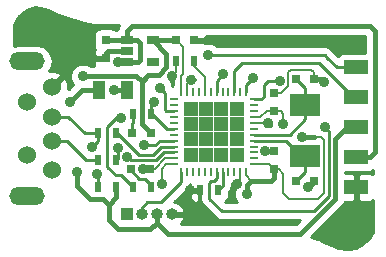
<source format=gtl>
G04 #@! TF.FileFunction,Copper,L1,Top,Signal*
%FSLAX46Y46*%
G04 Gerber Fmt 4.6, Leading zero omitted, Abs format (unit mm)*
G04 Created by KiCad (PCBNEW 4.0.2-stable) date 6/19/2017 9:33:45 AM*
%MOMM*%
G01*
G04 APERTURE LIST*
%ADD10C,0.150000*%
%ADD11R,0.750000X0.800000*%
%ADD12R,0.800000X0.750000*%
%ADD13R,0.800000X0.800000*%
%ADD14R,1.050000X1.600000*%
%ADD15R,1.000000X1.000000*%
%ADD16O,1.000000X1.000000*%
%ADD17R,2.000000X1.200000*%
%ADD18R,0.500000X0.900000*%
%ADD19R,1.060000X0.650000*%
%ADD20R,0.700000X0.250000*%
%ADD21R,0.250000X0.700000*%
%ADD22R,1.287500X1.287500*%
%ADD23R,2.600000X1.900000*%
%ADD24C,1.524000*%
%ADD25O,3.000000X1.500000*%
%ADD26C,0.889000*%
%ADD27C,0.400000*%
%ADD28C,0.200000*%
%ADD29C,0.254000*%
G04 APERTURE END LIST*
D10*
D11*
X189738000Y-127393000D03*
X189738000Y-128893000D03*
D12*
X195719000Y-127381000D03*
X197219000Y-127381000D03*
X205879000Y-139319000D03*
X207379000Y-139319000D03*
X205879000Y-130683000D03*
X207379000Y-130683000D03*
D11*
X203962000Y-131838000D03*
X203962000Y-133338000D03*
X203962000Y-136791000D03*
X203962000Y-138291000D03*
D13*
X191859000Y-138303000D03*
X193459000Y-138303000D03*
X193586000Y-135255000D03*
X191986000Y-135255000D03*
D14*
X189198000Y-131572000D03*
X191548000Y-131572000D03*
D15*
X191516000Y-142113000D03*
D16*
X192786000Y-142113000D03*
X194056000Y-142113000D03*
X195326000Y-142113000D03*
D17*
X210947000Y-129675000D03*
X210947000Y-132215000D03*
X210947000Y-134755000D03*
X210947000Y-137295000D03*
X210947000Y-139835000D03*
D18*
X193536000Y-133604000D03*
X192036000Y-133604000D03*
X192036000Y-139827000D03*
X193536000Y-139827000D03*
X199251000Y-140081000D03*
X197751000Y-140081000D03*
X197219000Y-129159000D03*
X195719000Y-129159000D03*
X190615000Y-137541000D03*
X189115000Y-137541000D03*
X190615000Y-135255000D03*
X189115000Y-135255000D03*
X190615000Y-139827000D03*
X189115000Y-139827000D03*
D19*
X191559000Y-127320000D03*
X191559000Y-128270000D03*
X191559000Y-129220000D03*
X193759000Y-129220000D03*
X193759000Y-127320000D03*
D20*
X202282000Y-137878000D03*
X202282000Y-137378000D03*
X202282000Y-136878000D03*
X202282000Y-136378000D03*
X202282000Y-135878000D03*
X202282000Y-135378000D03*
X202282000Y-134878000D03*
X202282000Y-134378000D03*
X202282000Y-133878000D03*
X202282000Y-133378000D03*
X202282000Y-132878000D03*
X202282000Y-132378000D03*
D21*
X201632000Y-131728000D03*
X201132000Y-131728000D03*
X200632000Y-131728000D03*
X200132000Y-131728000D03*
X199632000Y-131728000D03*
X199132000Y-131728000D03*
X198632000Y-131728000D03*
X198132000Y-131728000D03*
X197632000Y-131728000D03*
X197132000Y-131728000D03*
X196632000Y-131728000D03*
X196132000Y-131728000D03*
D20*
X195482000Y-132378000D03*
X195482000Y-132878000D03*
X195482000Y-133378000D03*
X195482000Y-133878000D03*
X195482000Y-134378000D03*
X195482000Y-134878000D03*
X195482000Y-135378000D03*
X195482000Y-135878000D03*
X195482000Y-136378000D03*
X195482000Y-136878000D03*
X195482000Y-137378000D03*
X195482000Y-137878000D03*
D21*
X196132000Y-138528000D03*
X196632000Y-138528000D03*
X197132000Y-138528000D03*
X197632000Y-138528000D03*
X198132000Y-138528000D03*
X198632000Y-138528000D03*
X199132000Y-138528000D03*
X199632000Y-138528000D03*
X200132000Y-138528000D03*
X200632000Y-138528000D03*
X201132000Y-138528000D03*
X201632000Y-138528000D03*
D22*
X196950750Y-133196750D03*
X196950750Y-134484250D03*
X196950750Y-135771750D03*
X196950750Y-137059250D03*
X198238250Y-133196750D03*
X198238250Y-134484250D03*
X198238250Y-135771750D03*
X198238250Y-137059250D03*
X199525750Y-133196750D03*
X199525750Y-134484250D03*
X199525750Y-135771750D03*
X199525750Y-137059250D03*
X200813250Y-133196750D03*
X200813250Y-134484250D03*
X200813250Y-135771750D03*
X200813250Y-137059250D03*
D23*
X206629000Y-132851000D03*
X206629000Y-137151000D03*
D24*
X185166000Y-133874000D03*
X185166000Y-135874000D03*
X185166000Y-131374000D03*
X185166000Y-138374000D03*
X183066000Y-132624000D03*
X183066000Y-137124000D03*
D25*
X183066000Y-129174000D03*
X183066000Y-140574000D03*
D26*
X190737502Y-129222500D03*
X190436500Y-131572000D03*
X190436500Y-131572000D03*
X196950980Y-130717380D03*
X199961500Y-127381000D03*
X208216500Y-130873500D03*
X195326000Y-130429000D03*
X209931000Y-142430500D03*
X188087000Y-128841500D03*
X206888966Y-139827980D03*
X203454000Y-134366000D03*
X200850500Y-139509500D03*
X203256502Y-136779000D03*
X192883502Y-138303000D03*
X196913500Y-140081000D03*
X187325000Y-138557000D03*
X187833000Y-130429000D03*
X206375000Y-135576498D03*
X204787500Y-134493000D03*
X201676000Y-140398500D03*
X194500500Y-139573000D03*
X186690000Y-132588000D03*
X191579500Y-137258498D03*
X204464435Y-130826628D03*
X202247500Y-130556000D03*
X208280000Y-134747000D03*
X199654141Y-130267684D03*
X188595000Y-136398000D03*
X188976000Y-138684000D03*
X198374000Y-128651000D03*
X194310000Y-131381500D03*
X193802000Y-132588000D03*
X191008000Y-133985000D03*
X192944945Y-136252736D03*
X190754000Y-136525000D03*
D27*
X210947000Y-137295000D02*
X212082000Y-137295000D01*
X212534500Y-126555500D02*
X212534500Y-136842500D01*
X212153500Y-126174500D02*
X212534500Y-126555500D01*
X191979500Y-126174500D02*
X212153500Y-126174500D01*
X191559000Y-126595000D02*
X191979500Y-126174500D01*
X191559000Y-126595000D02*
X191559000Y-127320000D01*
X212082000Y-137295000D02*
X212534500Y-136842500D01*
X191559000Y-129220000D02*
X190740002Y-129220000D01*
X190740002Y-129220000D02*
X190737502Y-129222500D01*
X191548000Y-131572000D02*
X190436500Y-131572000D01*
X191559000Y-127320000D02*
X192344000Y-127320000D01*
X192471000Y-129220000D02*
X191559000Y-129220000D01*
X192659000Y-129032000D02*
X192471000Y-129220000D01*
X192659000Y-127635000D02*
X192659000Y-129032000D01*
X192344000Y-127320000D02*
X192659000Y-127635000D01*
X189738000Y-127393000D02*
X191486000Y-127393000D01*
X191486000Y-127393000D02*
X191559000Y-127320000D01*
X197219000Y-127381000D02*
X199961500Y-127381000D01*
D28*
X196632000Y-131036360D02*
X196632000Y-131728000D01*
X196632000Y-131036360D02*
X196950980Y-130717380D01*
D27*
X207379000Y-130683000D02*
X208026000Y-130683000D01*
X208026000Y-130683000D02*
X208216500Y-130873500D01*
D28*
X195719000Y-129159000D02*
X195719000Y-130036000D01*
X195719000Y-130036000D02*
X195326000Y-130429000D01*
D27*
X189738000Y-128893000D02*
X188138500Y-128893000D01*
X188138500Y-128893000D02*
X188087000Y-128841500D01*
X189738000Y-128460500D02*
X189928500Y-128270000D01*
X189928500Y-128270000D02*
X190500000Y-128270000D01*
X189738000Y-128893000D02*
X189738000Y-128460500D01*
D28*
X207379000Y-130683000D02*
X207593850Y-130683000D01*
D27*
X207333465Y-139383481D02*
X206888966Y-139827980D01*
X207379000Y-139337946D02*
X207333465Y-139383481D01*
X207379000Y-139319000D02*
X207379000Y-139337946D01*
D28*
X205198999Y-131224001D02*
X204585000Y-131838000D01*
X204585000Y-131838000D02*
X203962000Y-131838000D01*
X205422500Y-129857500D02*
X205198999Y-130081001D01*
X205198999Y-130081001D02*
X205198999Y-131224001D01*
X207128500Y-129857500D02*
X205422500Y-129857500D01*
X207379000Y-130108000D02*
X207128500Y-129857500D01*
X207379000Y-130683000D02*
X207379000Y-130108000D01*
X197219000Y-127381000D02*
X197358000Y-127381000D01*
X203962000Y-131863000D02*
X203962000Y-131838000D01*
X202282000Y-134378000D02*
X203442000Y-134378000D01*
X203442000Y-134378000D02*
X203454000Y-134366000D01*
X201132000Y-138528000D02*
X201132000Y-139228000D01*
X201132000Y-139228000D02*
X200850500Y-139509500D01*
D27*
X203962000Y-136791000D02*
X203268502Y-136791000D01*
X203268502Y-136791000D02*
X203256502Y-136779000D01*
X193459000Y-138303000D02*
X192883502Y-138303000D01*
X197751000Y-140081000D02*
X196913500Y-140081000D01*
D28*
X194932000Y-137378000D02*
X195482000Y-137378000D01*
X194796300Y-137378000D02*
X194932000Y-137378000D01*
X193871300Y-138303000D02*
X194796300Y-137378000D01*
X193459000Y-138303000D02*
X193871300Y-138303000D01*
D27*
X190500000Y-128270000D02*
X191559000Y-128270000D01*
X189801500Y-130365500D02*
X188087000Y-130365500D01*
X189992000Y-141287500D02*
X189992000Y-141300000D01*
X189992000Y-141287500D02*
X189484000Y-140779500D01*
X189484000Y-140779500D02*
X188468000Y-140779500D01*
X188468000Y-140779500D02*
X188404500Y-140779500D01*
X187325000Y-139700000D02*
X188404500Y-140779500D01*
X187325000Y-138557000D02*
X187325000Y-139700000D01*
X187896500Y-130365500D02*
X188087000Y-130365500D01*
X187833000Y-130429000D02*
X187896500Y-130365500D01*
X210947000Y-134755000D02*
X210145000Y-134755000D01*
X210145000Y-134755000D02*
X209188011Y-135711989D01*
X206212936Y-143772606D02*
X209188011Y-140797531D01*
X195008500Y-143772606D02*
X206212936Y-143772606D01*
X209188011Y-140797531D02*
X209188011Y-137541000D01*
X194056000Y-142820106D02*
X195008500Y-143772606D01*
X209188011Y-137541000D02*
X209188011Y-137036610D01*
X209188011Y-135711989D02*
X209188011Y-137036610D01*
D28*
X203962000Y-133338000D02*
X204537000Y-133338000D01*
X204787500Y-133588500D02*
X204787500Y-134493000D01*
D27*
X206375000Y-135576498D02*
X207391000Y-135576498D01*
D28*
X204537000Y-133338000D02*
X204787500Y-133588500D01*
X201632000Y-138528000D02*
X201632000Y-138830500D01*
X201632000Y-138830500D02*
X202057000Y-139255500D01*
D27*
X202057000Y-139255500D02*
X202565000Y-139255500D01*
X201676000Y-139636500D02*
X202057000Y-139255500D01*
X201676000Y-140398500D02*
X201676000Y-139636500D01*
D28*
X208216500Y-136088496D02*
X208216500Y-135826500D01*
X208216500Y-135826500D02*
X207962500Y-135572500D01*
X207962500Y-135572500D02*
X207391000Y-135572500D01*
X207391000Y-135572500D02*
X207391000Y-135576498D01*
X203962000Y-138291000D02*
X204394500Y-138291000D01*
X208216500Y-140271500D02*
X208216500Y-136088496D01*
X207708500Y-140779500D02*
X208216500Y-140271500D01*
X205232000Y-140779500D02*
X207708500Y-140779500D01*
X204787500Y-140335000D02*
X205232000Y-140779500D01*
X204787500Y-138684000D02*
X204787500Y-140335000D01*
X204394500Y-138291000D02*
X204787500Y-138684000D01*
D27*
X193759000Y-127320000D02*
X193759000Y-127401500D01*
X193759000Y-127401500D02*
X194881500Y-128524000D01*
X193357500Y-130302000D02*
X192786000Y-130873500D01*
X194246500Y-130302000D02*
X193357500Y-130302000D01*
X194881500Y-129667000D02*
X194246500Y-130302000D01*
X194881500Y-128524000D02*
X194881500Y-129667000D01*
X189801500Y-130365500D02*
X192341500Y-130365500D01*
X192341500Y-130365500D02*
X192786000Y-130810000D01*
X192786000Y-130810000D02*
X192786000Y-130873500D01*
X192786000Y-134455000D02*
X192786000Y-131732002D01*
X192786000Y-134455000D02*
X193586000Y-135255000D01*
X192786000Y-130873500D02*
X192786000Y-131732002D01*
X207391000Y-135576498D02*
X207260002Y-135576498D01*
X210685000Y-134493000D02*
X210947000Y-134755000D01*
X203708000Y-139255500D02*
X202565000Y-139255500D01*
X203962000Y-139001500D02*
X203962000Y-138291000D01*
X203708000Y-139255500D02*
X203962000Y-139001500D01*
X189992000Y-141300000D02*
X189992000Y-142621000D01*
X189992000Y-142621000D02*
X190754000Y-143383000D01*
X193493106Y-143383000D02*
X194056000Y-142820106D01*
X190754000Y-143383000D02*
X193493106Y-143383000D01*
D28*
X196132000Y-131728000D02*
X196132000Y-130402168D01*
X196319000Y-127956000D02*
X195744000Y-127381000D01*
X196132000Y-130402168D02*
X196319000Y-130215168D01*
X195744000Y-127381000D02*
X195719000Y-127381000D01*
X196319000Y-130215168D02*
X196319000Y-127956000D01*
X202282000Y-133878000D02*
X202832000Y-133878000D01*
X202832000Y-133878000D02*
X203372000Y-133338000D01*
X203372000Y-133338000D02*
X203387000Y-133338000D01*
X203387000Y-133338000D02*
X203962000Y-133338000D01*
X202282000Y-137878000D02*
X203549000Y-137878000D01*
X203549000Y-137878000D02*
X203962000Y-138291000D01*
X194500500Y-138239500D02*
X194500500Y-139573000D01*
X194862000Y-137878000D02*
X194500500Y-138239500D01*
X195482000Y-137878000D02*
X194862000Y-137878000D01*
D27*
X190615000Y-139827000D02*
X190615000Y-140677000D01*
X190615000Y-140677000D02*
X189992000Y-141300000D01*
X194056000Y-142820106D02*
X194056000Y-142113000D01*
X193759000Y-127320000D02*
X195658000Y-127320000D01*
X195658000Y-127320000D02*
X195719000Y-127381000D01*
X188395498Y-130365500D02*
X189801500Y-130365500D01*
D29*
X202282000Y-135878000D02*
X205006000Y-135878000D01*
X205006000Y-135878000D02*
X206279000Y-137151000D01*
X206279000Y-137151000D02*
X206629000Y-137151000D01*
X206629000Y-137151000D02*
X206629000Y-138569000D01*
X206629000Y-138569000D02*
X205879000Y-139319000D01*
X206629000Y-132851000D02*
X206629000Y-131433000D01*
X206629000Y-131433000D02*
X205879000Y-130683000D01*
X202282000Y-135378000D02*
X205306000Y-135378000D01*
X205306000Y-135378000D02*
X206629000Y-134055000D01*
X206629000Y-134055000D02*
X206629000Y-132851000D01*
X193536000Y-139627000D02*
X193536000Y-139827000D01*
X193032000Y-139123000D02*
X193536000Y-139627000D01*
X192591278Y-139123000D02*
X193032000Y-139123000D01*
X191859000Y-138390722D02*
X192591278Y-139123000D01*
X191859000Y-138303000D02*
X191859000Y-138390722D01*
X192081000Y-138303000D02*
X191859000Y-138303000D01*
X191986000Y-135255000D02*
X191986000Y-134404000D01*
X192036000Y-134354000D02*
X192036000Y-133604000D01*
X191986000Y-134404000D02*
X192036000Y-134354000D01*
D27*
X189198000Y-131572000D02*
X187706000Y-131572000D01*
X187706000Y-131572000D02*
X186690000Y-132588000D01*
D29*
X191862002Y-137541000D02*
X191579500Y-137258498D01*
X194029416Y-137541000D02*
X191862002Y-137541000D01*
X194692416Y-136878000D02*
X194029416Y-137541000D01*
X195482000Y-136878000D02*
X194692416Y-136878000D01*
X192786000Y-142113000D02*
X192786000Y-141541500D01*
X192786000Y-141541500D02*
X193220998Y-141106502D01*
X196132000Y-138528000D02*
X196132000Y-139402000D01*
X194427498Y-141106502D02*
X193220998Y-141106502D01*
X196132000Y-139402000D02*
X194427498Y-141106502D01*
X202282000Y-132378000D02*
X202872000Y-132378000D01*
X203100000Y-132150000D02*
X203100000Y-131181000D01*
X202872000Y-132378000D02*
X203100000Y-132150000D01*
X203835818Y-130826628D02*
X204464435Y-130826628D01*
X203454372Y-130826628D02*
X203835818Y-130826628D01*
X203100000Y-131181000D02*
X203454372Y-130826628D01*
X201632000Y-131728000D02*
X201632000Y-131171500D01*
X201632000Y-131171500D02*
X202247500Y-130556000D01*
X208661000Y-136823980D02*
X208661000Y-135128000D01*
X208661000Y-135128000D02*
X208280000Y-134747000D01*
X198501000Y-139890500D02*
X198501000Y-139446000D01*
X198501000Y-139446000D02*
X198628000Y-139319000D01*
X199132000Y-138528000D02*
X199132000Y-139069000D01*
X207728016Y-141540517D02*
X207728016Y-141540511D01*
X207409533Y-141859000D02*
X207728016Y-141540517D01*
X199580500Y-141859000D02*
X207409533Y-141859000D01*
X198501000Y-140779500D02*
X199580500Y-141859000D01*
X198501000Y-139890500D02*
X198501000Y-140779500D01*
X198628000Y-139319000D02*
X198501000Y-139446000D01*
X198882000Y-139319000D02*
X198628000Y-139319000D01*
X199132000Y-139069000D02*
X198882000Y-139319000D01*
X207728016Y-141540511D02*
X207728010Y-141540511D01*
X207728010Y-141540511D02*
X208661000Y-140607521D01*
X208661000Y-140607521D02*
X208661000Y-136823980D01*
X199132000Y-130789825D02*
X199209642Y-130712183D01*
X199209642Y-130712183D02*
X199654141Y-130267684D01*
X199132000Y-130789825D02*
X199132000Y-131728000D01*
X185166000Y-133874000D02*
X186579000Y-133874000D01*
X186579000Y-133874000D02*
X187960000Y-135255000D01*
X187960000Y-135255000D02*
X189115000Y-135255000D01*
X189115000Y-135255000D02*
X189115000Y-135878000D01*
X189115000Y-135878000D02*
X188595000Y-136398000D01*
X189115000Y-139827000D02*
X189115000Y-138823000D01*
X189115000Y-138823000D02*
X188976000Y-138684000D01*
X185166000Y-135874000D02*
X186420000Y-135874000D01*
X186420000Y-135874000D02*
X188087000Y-137541000D01*
X188087000Y-137541000D02*
X189115000Y-137541000D01*
X194878000Y-133378000D02*
X195482000Y-133378000D01*
X194754499Y-133254499D02*
X194878000Y-133378000D01*
X194754499Y-131825999D02*
X194754499Y-133254499D01*
X194310000Y-131381500D02*
X194754499Y-131825999D01*
X198374000Y-128651000D02*
X208280000Y-128651000D01*
X209304000Y-129675000D02*
X208470500Y-128841500D01*
X209304000Y-129675000D02*
X210947000Y-129675000D01*
X208280000Y-128651000D02*
X208470500Y-128841500D01*
X198564500Y-128460500D02*
X198374000Y-128651000D01*
X210947000Y-132215000D02*
X210701000Y-132215000D01*
X210701000Y-132215000D02*
X207772000Y-129286000D01*
X200632000Y-129949000D02*
X200632000Y-131728000D01*
X201295000Y-129286000D02*
X200632000Y-129949000D01*
X207772000Y-129286000D02*
X201295000Y-129286000D01*
X210947000Y-132215000D02*
X210245177Y-132215000D01*
X190817500Y-138811000D02*
X191020000Y-138811000D01*
X193536000Y-133604000D02*
X193536000Y-132854000D01*
X193536000Y-132854000D02*
X193802000Y-132588000D01*
X189865000Y-138079602D02*
X189865000Y-134716398D01*
X189865000Y-134716398D02*
X190596398Y-133985000D01*
X190596398Y-133985000D02*
X191008000Y-133985000D01*
X190596398Y-138811000D02*
X189865000Y-138079602D01*
X190817500Y-138811000D02*
X190596398Y-138811000D01*
X191020000Y-138811000D02*
X192036000Y-139827000D01*
X195482000Y-134878000D02*
X194949000Y-134878000D01*
X194949000Y-134878000D02*
X193675000Y-133604000D01*
X193675000Y-133604000D02*
X193536000Y-133604000D01*
X199251000Y-140081000D02*
X199632000Y-139700000D01*
X199632000Y-139700000D02*
X199632000Y-138528000D01*
X199632000Y-138528000D02*
X199632000Y-139132000D01*
D28*
X197219000Y-129591500D02*
X198132000Y-130504500D01*
X198132000Y-130504500D02*
X198132000Y-130695000D01*
X197219000Y-129159000D02*
X197219000Y-129591500D01*
X198132000Y-130695000D02*
X198132000Y-131728000D01*
D29*
X195482000Y-135878000D02*
X194307864Y-135878000D01*
X193933128Y-136252736D02*
X193573562Y-136252736D01*
X193573562Y-136252736D02*
X192944945Y-136252736D01*
X194307864Y-135878000D02*
X193933128Y-136252736D01*
X190754000Y-136525000D02*
X190754000Y-137402000D01*
X190754000Y-137402000D02*
X190615000Y-137541000D01*
X190717826Y-135255000D02*
X190615000Y-135255000D01*
X192549815Y-137086989D02*
X190717826Y-135255000D01*
X193740943Y-137086989D02*
X192549815Y-137086989D01*
X194449932Y-136378000D02*
X193740943Y-137086989D01*
X195482000Y-136378000D02*
X194449932Y-136378000D01*
G36*
X212340449Y-138730424D02*
X212306698Y-138696673D01*
X212073309Y-138600000D01*
X211232750Y-138600000D01*
X211074000Y-138758750D01*
X211074000Y-139708000D01*
X211094000Y-139708000D01*
X211094000Y-139962000D01*
X211074000Y-139962000D01*
X211074000Y-140911250D01*
X211232750Y-141070000D01*
X212073309Y-141070000D01*
X212306698Y-140973327D01*
X212340206Y-140939819D01*
X212339915Y-143578028D01*
X212143258Y-143999794D01*
X211797474Y-144415665D01*
X211366609Y-144735083D01*
X210894630Y-144941112D01*
X210259553Y-145085349D01*
X209434588Y-144944775D01*
X208672896Y-144619779D01*
X208668673Y-144618892D01*
X208665081Y-144616506D01*
X207992183Y-144339867D01*
X207957494Y-144333062D01*
X207926087Y-144316832D01*
X207090440Y-144075970D01*
X209778445Y-141387965D01*
X209823734Y-141320185D01*
X209959450Y-141117072D01*
X209968813Y-141070000D01*
X210661250Y-141070000D01*
X210820000Y-140911250D01*
X210820000Y-139962000D01*
X210800000Y-139962000D01*
X210800000Y-139708000D01*
X210820000Y-139708000D01*
X210820000Y-138758750D01*
X210661250Y-138600000D01*
X210023011Y-138600000D01*
X210023011Y-138542440D01*
X211947000Y-138542440D01*
X212182317Y-138498162D01*
X212340486Y-138396383D01*
X212340449Y-138730424D01*
X212340449Y-138730424D01*
G37*
X212340449Y-138730424D02*
X212306698Y-138696673D01*
X212073309Y-138600000D01*
X211232750Y-138600000D01*
X211074000Y-138758750D01*
X211074000Y-139708000D01*
X211094000Y-139708000D01*
X211094000Y-139962000D01*
X211074000Y-139962000D01*
X211074000Y-140911250D01*
X211232750Y-141070000D01*
X212073309Y-141070000D01*
X212306698Y-140973327D01*
X212340206Y-140939819D01*
X212339915Y-143578028D01*
X212143258Y-143999794D01*
X211797474Y-144415665D01*
X211366609Y-144735083D01*
X210894630Y-144941112D01*
X210259553Y-145085349D01*
X209434588Y-144944775D01*
X208672896Y-144619779D01*
X208668673Y-144618892D01*
X208665081Y-144616506D01*
X207992183Y-144339867D01*
X207957494Y-144333062D01*
X207926087Y-144316832D01*
X207090440Y-144075970D01*
X209778445Y-141387965D01*
X209823734Y-141320185D01*
X209959450Y-141117072D01*
X209968813Y-141070000D01*
X210661250Y-141070000D01*
X210820000Y-140911250D01*
X210820000Y-139962000D01*
X210800000Y-139962000D01*
X210800000Y-139708000D01*
X210820000Y-139708000D01*
X210820000Y-138758750D01*
X210661250Y-138600000D01*
X210023011Y-138600000D01*
X210023011Y-138542440D01*
X211947000Y-138542440D01*
X212182317Y-138498162D01*
X212340486Y-138396383D01*
X212340449Y-138730424D01*
G36*
X196866000Y-139795250D02*
X197024750Y-139954000D01*
X197626000Y-139954000D01*
X197626000Y-139934000D01*
X197739000Y-139934000D01*
X197739000Y-140779500D01*
X197797004Y-141071105D01*
X197905513Y-141233500D01*
X197962185Y-141318315D01*
X199041685Y-142397816D01*
X199288896Y-142562997D01*
X199580500Y-142621000D01*
X206183674Y-142621000D01*
X205867068Y-142937606D01*
X196074322Y-142937606D01*
X196221323Y-142810604D01*
X196420132Y-142414877D01*
X196295135Y-142240000D01*
X195453000Y-142240000D01*
X195453000Y-142260000D01*
X195199000Y-142260000D01*
X195199000Y-142240000D01*
X195179000Y-142240000D01*
X195179000Y-142195564D01*
X195191000Y-142135236D01*
X195191000Y-142090764D01*
X195179000Y-142030436D01*
X195179000Y-141986000D01*
X195199000Y-141986000D01*
X195199000Y-141966000D01*
X195453000Y-141966000D01*
X195453000Y-141986000D01*
X196295135Y-141986000D01*
X196420132Y-141811123D01*
X196221323Y-141415396D01*
X195886209Y-141125873D01*
X195627874Y-141018881D01*
X195501769Y-141109861D01*
X196244880Y-140366750D01*
X196866000Y-140366750D01*
X196866000Y-140657310D01*
X196962673Y-140890699D01*
X197141302Y-141069327D01*
X197374691Y-141166000D01*
X197467250Y-141166000D01*
X197626000Y-141007250D01*
X197626000Y-140208000D01*
X197024750Y-140208000D01*
X196866000Y-140366750D01*
X196244880Y-140366750D01*
X196670815Y-139940815D01*
X196702096Y-139894000D01*
X196835996Y-139693605D01*
X196866000Y-139542765D01*
X196866000Y-139795250D01*
X196866000Y-139795250D01*
G37*
X196866000Y-139795250D02*
X197024750Y-139954000D01*
X197626000Y-139954000D01*
X197626000Y-139934000D01*
X197739000Y-139934000D01*
X197739000Y-140779500D01*
X197797004Y-141071105D01*
X197905513Y-141233500D01*
X197962185Y-141318315D01*
X199041685Y-142397816D01*
X199288896Y-142562997D01*
X199580500Y-142621000D01*
X206183674Y-142621000D01*
X205867068Y-142937606D01*
X196074322Y-142937606D01*
X196221323Y-142810604D01*
X196420132Y-142414877D01*
X196295135Y-142240000D01*
X195453000Y-142240000D01*
X195453000Y-142260000D01*
X195199000Y-142260000D01*
X195199000Y-142240000D01*
X195179000Y-142240000D01*
X195179000Y-142195564D01*
X195191000Y-142135236D01*
X195191000Y-142090764D01*
X195179000Y-142030436D01*
X195179000Y-141986000D01*
X195199000Y-141986000D01*
X195199000Y-141966000D01*
X195453000Y-141966000D01*
X195453000Y-141986000D01*
X196295135Y-141986000D01*
X196420132Y-141811123D01*
X196221323Y-141415396D01*
X195886209Y-141125873D01*
X195627874Y-141018881D01*
X195501769Y-141109861D01*
X196244880Y-140366750D01*
X196866000Y-140366750D01*
X196866000Y-140657310D01*
X196962673Y-140890699D01*
X197141302Y-141069327D01*
X197374691Y-141166000D01*
X197467250Y-141166000D01*
X197626000Y-141007250D01*
X197626000Y-140208000D01*
X197024750Y-140208000D01*
X196866000Y-140366750D01*
X196244880Y-140366750D01*
X196670815Y-139940815D01*
X196702096Y-139894000D01*
X196835996Y-139693605D01*
X196866000Y-139542765D01*
X196866000Y-139795250D01*
G36*
X200507000Y-139525440D02*
X200757000Y-139525440D01*
X200862705Y-139505550D01*
X200866717Y-139507212D01*
X200841000Y-139636500D01*
X200841000Y-139706731D01*
X200761378Y-139786214D01*
X200596687Y-140182832D01*
X200596313Y-140612284D01*
X200760311Y-141009189D01*
X200847969Y-141097000D01*
X199896131Y-141097000D01*
X199856170Y-141057039D01*
X199952441Y-140995090D01*
X200097431Y-140782890D01*
X200148440Y-140531000D01*
X200148440Y-140261191D01*
X200170815Y-140238816D01*
X200335996Y-139991605D01*
X200348386Y-139929317D01*
X200394000Y-139700000D01*
X200394000Y-139502557D01*
X200507000Y-139525440D01*
X200507000Y-139525440D01*
G37*
X200507000Y-139525440D02*
X200757000Y-139525440D01*
X200862705Y-139505550D01*
X200866717Y-139507212D01*
X200841000Y-139636500D01*
X200841000Y-139706731D01*
X200761378Y-139786214D01*
X200596687Y-140182832D01*
X200596313Y-140612284D01*
X200760311Y-141009189D01*
X200847969Y-141097000D01*
X199896131Y-141097000D01*
X199856170Y-141057039D01*
X199952441Y-140995090D01*
X200097431Y-140782890D01*
X200148440Y-140531000D01*
X200148440Y-140261191D01*
X200170815Y-140238816D01*
X200335996Y-139991605D01*
X200348386Y-139929317D01*
X200394000Y-139700000D01*
X200394000Y-139502557D01*
X200507000Y-139525440D01*
G36*
X207481500Y-139466000D02*
X207252000Y-139466000D01*
X207252000Y-139446000D01*
X207232000Y-139446000D01*
X207232000Y-139192000D01*
X207252000Y-139192000D01*
X207252000Y-139172000D01*
X207481500Y-139172000D01*
X207481500Y-139466000D01*
X207481500Y-139466000D01*
G37*
X207481500Y-139466000D02*
X207252000Y-139466000D01*
X207252000Y-139446000D01*
X207232000Y-139446000D01*
X207232000Y-139192000D01*
X207252000Y-139192000D01*
X207252000Y-139172000D01*
X207481500Y-139172000D01*
X207481500Y-139466000D01*
G36*
X193606000Y-138430000D02*
X193586000Y-138430000D01*
X193586000Y-138450000D01*
X193369994Y-138450000D01*
X193323605Y-138419004D01*
X193312000Y-138416696D01*
X193312000Y-138303000D01*
X193606000Y-138303000D01*
X193606000Y-138430000D01*
X193606000Y-138430000D01*
G37*
X193606000Y-138430000D02*
X193586000Y-138430000D01*
X193586000Y-138450000D01*
X193369994Y-138450000D01*
X193323605Y-138419004D01*
X193312000Y-138416696D01*
X193312000Y-138303000D01*
X193606000Y-138303000D01*
X193606000Y-138430000D01*
G36*
X204089000Y-136664000D02*
X204109000Y-136664000D01*
X204109000Y-136918000D01*
X204089000Y-136918000D01*
X204089000Y-136938000D01*
X203835000Y-136938000D01*
X203835000Y-136918000D01*
X203815000Y-136918000D01*
X203815000Y-136664000D01*
X203835000Y-136664000D01*
X203835000Y-136644000D01*
X204089000Y-136644000D01*
X204089000Y-136664000D01*
X204089000Y-136664000D01*
G37*
X204089000Y-136664000D02*
X204109000Y-136664000D01*
X204109000Y-136918000D01*
X204089000Y-136918000D01*
X204089000Y-136938000D01*
X203835000Y-136938000D01*
X203835000Y-136918000D01*
X203815000Y-136918000D01*
X203815000Y-136664000D01*
X203835000Y-136664000D01*
X203835000Y-136644000D01*
X204089000Y-136644000D01*
X204089000Y-136664000D01*
G36*
X203587000Y-134385440D02*
X203708093Y-134385440D01*
X203707892Y-134616000D01*
X203267000Y-134616000D01*
X203267000Y-134599250D01*
X203246688Y-134578938D01*
X203235162Y-134517683D01*
X203227002Y-134505002D01*
X203267000Y-134505002D01*
X203267000Y-134454333D01*
X203351723Y-134397723D01*
X203401559Y-134347887D01*
X203587000Y-134385440D01*
X203587000Y-134385440D01*
G37*
X203587000Y-134385440D02*
X203708093Y-134385440D01*
X203707892Y-134616000D01*
X203267000Y-134616000D01*
X203267000Y-134599250D01*
X203246688Y-134578938D01*
X203235162Y-134517683D01*
X203227002Y-134505002D01*
X203267000Y-134505002D01*
X203267000Y-134454333D01*
X203351723Y-134397723D01*
X203401559Y-134347887D01*
X203587000Y-134385440D01*
G36*
X204109000Y-131847905D02*
X204109000Y-131965000D01*
X204089000Y-131965000D01*
X204089000Y-131985000D01*
X203862000Y-131985000D01*
X203862000Y-131745341D01*
X204109000Y-131847905D01*
X204109000Y-131847905D01*
G37*
X204109000Y-131847905D02*
X204109000Y-131965000D01*
X204089000Y-131965000D01*
X204089000Y-131985000D01*
X203862000Y-131985000D01*
X203862000Y-131745341D01*
X204109000Y-131847905D01*
G36*
X184208892Y-124616073D02*
X184814743Y-124810132D01*
X185368348Y-125053889D01*
X185377710Y-125055967D01*
X185385722Y-125061235D01*
X185978325Y-125301572D01*
X185994685Y-125304700D01*
X186009054Y-125313126D01*
X186322092Y-125421747D01*
X186322773Y-125421841D01*
X186323367Y-125422188D01*
X186535502Y-125495296D01*
X186536007Y-125495365D01*
X186536444Y-125495619D01*
X186605503Y-125519299D01*
X186605939Y-125519358D01*
X186606321Y-125519579D01*
X186668848Y-125540925D01*
X186669146Y-125540965D01*
X186669404Y-125541114D01*
X186703099Y-125552582D01*
X186703100Y-125552583D01*
X186735177Y-125563503D01*
X186735745Y-125563578D01*
X186736239Y-125563863D01*
X186769998Y-125575290D01*
X186769999Y-125575290D01*
X186801987Y-125586122D01*
X186802881Y-125586239D01*
X186803667Y-125586689D01*
X186949349Y-125635571D01*
X186950804Y-125635757D01*
X186952079Y-125636480D01*
X187069703Y-125675360D01*
X187073873Y-125675875D01*
X187077554Y-125677899D01*
X187400509Y-125780051D01*
X187409121Y-125781002D01*
X187416820Y-125784972D01*
X187624755Y-125844703D01*
X187638988Y-125845892D01*
X187651958Y-125851874D01*
X187904622Y-125912572D01*
X187921519Y-125913238D01*
X187937222Y-125919511D01*
X188228447Y-125973613D01*
X188245163Y-125973401D01*
X188260985Y-125978795D01*
X188818250Y-126052893D01*
X188835747Y-126051769D01*
X188852628Y-126056523D01*
X189418790Y-126100870D01*
X189436166Y-126098807D01*
X189453218Y-126102631D01*
X190248506Y-126121924D01*
X190265907Y-126118899D01*
X190283324Y-126121821D01*
X190902703Y-126103138D01*
X190787561Y-126275459D01*
X190760115Y-126413438D01*
X190577559Y-126530910D01*
X190572449Y-126538388D01*
X190364890Y-126396569D01*
X190113000Y-126345560D01*
X189363000Y-126345560D01*
X189127683Y-126389838D01*
X188911559Y-126528910D01*
X188766569Y-126741110D01*
X188715560Y-126993000D01*
X188715560Y-127793000D01*
X188759838Y-128028317D01*
X188826329Y-128131646D01*
X188824673Y-128133302D01*
X188728000Y-128366691D01*
X188728000Y-128607250D01*
X188886750Y-128766000D01*
X189611000Y-128766000D01*
X189611000Y-128746000D01*
X189766496Y-128746000D01*
X189658189Y-129006832D01*
X189658160Y-129040000D01*
X189611000Y-129040000D01*
X189611000Y-129020000D01*
X188886750Y-129020000D01*
X188728000Y-129178750D01*
X188728000Y-129419309D01*
X188774057Y-129530500D01*
X188461380Y-129530500D01*
X188445286Y-129514378D01*
X188048668Y-129349687D01*
X187619216Y-129349313D01*
X187222311Y-129513311D01*
X186918378Y-129816714D01*
X186753687Y-130213332D01*
X186753313Y-130642784D01*
X186917311Y-131039689D01*
X186987316Y-131109816D01*
X186588721Y-131508411D01*
X186571475Y-131508396D01*
X186547362Y-131026632D01*
X186388397Y-130642857D01*
X186146213Y-130573392D01*
X185345605Y-131374000D01*
X185359748Y-131388143D01*
X185180143Y-131567748D01*
X185166000Y-131553605D01*
X185151858Y-131567748D01*
X184972253Y-131388143D01*
X184986395Y-131374000D01*
X184972253Y-131359858D01*
X185151858Y-131180253D01*
X185166000Y-131194395D01*
X185966608Y-130393787D01*
X185897143Y-130151603D01*
X185373698Y-129964856D01*
X184948906Y-129986118D01*
X185137400Y-129704017D01*
X185242827Y-129174000D01*
X185137400Y-128643983D01*
X184837170Y-128194657D01*
X184387844Y-127894427D01*
X183857827Y-127789000D01*
X182274173Y-127789000D01*
X181939951Y-127855481D01*
X181939944Y-126050897D01*
X182252232Y-125605566D01*
X182429567Y-125363782D01*
X182612494Y-125167825D01*
X182823873Y-124989538D01*
X183053566Y-124839164D01*
X183243563Y-124741517D01*
X183456113Y-124654430D01*
X183739075Y-124571206D01*
X183788569Y-124566632D01*
X184208892Y-124616073D01*
X184208892Y-124616073D01*
G37*
X184208892Y-124616073D02*
X184814743Y-124810132D01*
X185368348Y-125053889D01*
X185377710Y-125055967D01*
X185385722Y-125061235D01*
X185978325Y-125301572D01*
X185994685Y-125304700D01*
X186009054Y-125313126D01*
X186322092Y-125421747D01*
X186322773Y-125421841D01*
X186323367Y-125422188D01*
X186535502Y-125495296D01*
X186536007Y-125495365D01*
X186536444Y-125495619D01*
X186605503Y-125519299D01*
X186605939Y-125519358D01*
X186606321Y-125519579D01*
X186668848Y-125540925D01*
X186669146Y-125540965D01*
X186669404Y-125541114D01*
X186703099Y-125552582D01*
X186703100Y-125552583D01*
X186735177Y-125563503D01*
X186735745Y-125563578D01*
X186736239Y-125563863D01*
X186769998Y-125575290D01*
X186769999Y-125575290D01*
X186801987Y-125586122D01*
X186802881Y-125586239D01*
X186803667Y-125586689D01*
X186949349Y-125635571D01*
X186950804Y-125635757D01*
X186952079Y-125636480D01*
X187069703Y-125675360D01*
X187073873Y-125675875D01*
X187077554Y-125677899D01*
X187400509Y-125780051D01*
X187409121Y-125781002D01*
X187416820Y-125784972D01*
X187624755Y-125844703D01*
X187638988Y-125845892D01*
X187651958Y-125851874D01*
X187904622Y-125912572D01*
X187921519Y-125913238D01*
X187937222Y-125919511D01*
X188228447Y-125973613D01*
X188245163Y-125973401D01*
X188260985Y-125978795D01*
X188818250Y-126052893D01*
X188835747Y-126051769D01*
X188852628Y-126056523D01*
X189418790Y-126100870D01*
X189436166Y-126098807D01*
X189453218Y-126102631D01*
X190248506Y-126121924D01*
X190265907Y-126118899D01*
X190283324Y-126121821D01*
X190902703Y-126103138D01*
X190787561Y-126275459D01*
X190760115Y-126413438D01*
X190577559Y-126530910D01*
X190572449Y-126538388D01*
X190364890Y-126396569D01*
X190113000Y-126345560D01*
X189363000Y-126345560D01*
X189127683Y-126389838D01*
X188911559Y-126528910D01*
X188766569Y-126741110D01*
X188715560Y-126993000D01*
X188715560Y-127793000D01*
X188759838Y-128028317D01*
X188826329Y-128131646D01*
X188824673Y-128133302D01*
X188728000Y-128366691D01*
X188728000Y-128607250D01*
X188886750Y-128766000D01*
X189611000Y-128766000D01*
X189611000Y-128746000D01*
X189766496Y-128746000D01*
X189658189Y-129006832D01*
X189658160Y-129040000D01*
X189611000Y-129040000D01*
X189611000Y-129020000D01*
X188886750Y-129020000D01*
X188728000Y-129178750D01*
X188728000Y-129419309D01*
X188774057Y-129530500D01*
X188461380Y-129530500D01*
X188445286Y-129514378D01*
X188048668Y-129349687D01*
X187619216Y-129349313D01*
X187222311Y-129513311D01*
X186918378Y-129816714D01*
X186753687Y-130213332D01*
X186753313Y-130642784D01*
X186917311Y-131039689D01*
X186987316Y-131109816D01*
X186588721Y-131508411D01*
X186571475Y-131508396D01*
X186547362Y-131026632D01*
X186388397Y-130642857D01*
X186146213Y-130573392D01*
X185345605Y-131374000D01*
X185359748Y-131388143D01*
X185180143Y-131567748D01*
X185166000Y-131553605D01*
X185151858Y-131567748D01*
X184972253Y-131388143D01*
X184986395Y-131374000D01*
X184972253Y-131359858D01*
X185151858Y-131180253D01*
X185166000Y-131194395D01*
X185966608Y-130393787D01*
X185897143Y-130151603D01*
X185373698Y-129964856D01*
X184948906Y-129986118D01*
X185137400Y-129704017D01*
X185242827Y-129174000D01*
X185137400Y-128643983D01*
X184837170Y-128194657D01*
X184387844Y-127894427D01*
X183857827Y-127789000D01*
X182274173Y-127789000D01*
X181939951Y-127855481D01*
X181939944Y-126050897D01*
X182252232Y-125605566D01*
X182429567Y-125363782D01*
X182612494Y-125167825D01*
X182823873Y-124989538D01*
X183053566Y-124839164D01*
X183243563Y-124741517D01*
X183456113Y-124654430D01*
X183739075Y-124571206D01*
X183788569Y-124566632D01*
X184208892Y-124616073D01*
G36*
X195397000Y-130402168D02*
X195397000Y-131193116D01*
X195389633Y-131229494D01*
X195389687Y-131167716D01*
X195225689Y-130770811D01*
X195092240Y-130637128D01*
X195414332Y-130315036D01*
X195397000Y-130402168D01*
X195397000Y-130402168D01*
G37*
X195397000Y-130402168D02*
X195397000Y-131193116D01*
X195389633Y-131229494D01*
X195389687Y-131167716D01*
X195225689Y-130770811D01*
X195092240Y-130637128D01*
X195414332Y-130315036D01*
X195397000Y-130402168D01*
G36*
X207506000Y-130556000D02*
X207526000Y-130556000D01*
X207526000Y-130810000D01*
X207506000Y-130810000D01*
X207506000Y-130830000D01*
X207252000Y-130830000D01*
X207252000Y-130810000D01*
X207232000Y-130810000D01*
X207232000Y-130556000D01*
X207252000Y-130556000D01*
X207252000Y-130536000D01*
X207506000Y-130536000D01*
X207506000Y-130556000D01*
X207506000Y-130556000D01*
G37*
X207506000Y-130556000D02*
X207526000Y-130556000D01*
X207526000Y-130810000D01*
X207506000Y-130810000D01*
X207506000Y-130830000D01*
X207252000Y-130830000D01*
X207252000Y-130810000D01*
X207232000Y-130810000D01*
X207232000Y-130556000D01*
X207252000Y-130556000D01*
X207252000Y-130536000D01*
X207506000Y-130536000D01*
X207506000Y-130556000D01*
G36*
X197334259Y-130746205D02*
X197257000Y-130730560D01*
X197007000Y-130730560D01*
X196901295Y-130750450D01*
X196883310Y-130743000D01*
X196867000Y-130743000D01*
X196867000Y-130692573D01*
X196998051Y-130496440D01*
X196998872Y-130492313D01*
X197012393Y-130424339D01*
X197334259Y-130746205D01*
X197334259Y-130746205D01*
G37*
X197334259Y-130746205D02*
X197257000Y-130730560D01*
X197007000Y-130730560D01*
X196901295Y-130750450D01*
X196883310Y-130743000D01*
X196867000Y-130743000D01*
X196867000Y-130692573D01*
X196998051Y-130496440D01*
X196998872Y-130492313D01*
X197012393Y-130424339D01*
X197334259Y-130746205D01*
G36*
X211699500Y-128427560D02*
X209947000Y-128427560D01*
X209711683Y-128471838D01*
X209495559Y-128610910D01*
X209423298Y-128716668D01*
X209009318Y-128302688D01*
X209009316Y-128302685D01*
X208818815Y-128112185D01*
X208809316Y-128105838D01*
X208571605Y-127947004D01*
X208280000Y-127889000D01*
X199138642Y-127889000D01*
X198986286Y-127736378D01*
X198589668Y-127571687D01*
X198160216Y-127571313D01*
X198159046Y-127571796D01*
X198095250Y-127508000D01*
X197346000Y-127508000D01*
X197346000Y-127528000D01*
X197092000Y-127528000D01*
X197092000Y-127508000D01*
X197072000Y-127508000D01*
X197072000Y-127254000D01*
X197092000Y-127254000D01*
X197092000Y-127234000D01*
X197346000Y-127234000D01*
X197346000Y-127254000D01*
X198095250Y-127254000D01*
X198254000Y-127095250D01*
X198254000Y-127009500D01*
X211699500Y-127009500D01*
X211699500Y-128427560D01*
X211699500Y-128427560D01*
G37*
X211699500Y-128427560D02*
X209947000Y-128427560D01*
X209711683Y-128471838D01*
X209495559Y-128610910D01*
X209423298Y-128716668D01*
X209009318Y-128302688D01*
X209009316Y-128302685D01*
X208818815Y-128112185D01*
X208809316Y-128105838D01*
X208571605Y-127947004D01*
X208280000Y-127889000D01*
X199138642Y-127889000D01*
X198986286Y-127736378D01*
X198589668Y-127571687D01*
X198160216Y-127571313D01*
X198159046Y-127571796D01*
X198095250Y-127508000D01*
X197346000Y-127508000D01*
X197346000Y-127528000D01*
X197092000Y-127528000D01*
X197092000Y-127508000D01*
X197072000Y-127508000D01*
X197072000Y-127254000D01*
X197092000Y-127254000D01*
X197092000Y-127234000D01*
X197346000Y-127234000D01*
X197346000Y-127254000D01*
X198095250Y-127254000D01*
X198254000Y-127095250D01*
X198254000Y-127009500D01*
X211699500Y-127009500D01*
X211699500Y-128427560D01*
M02*

</source>
